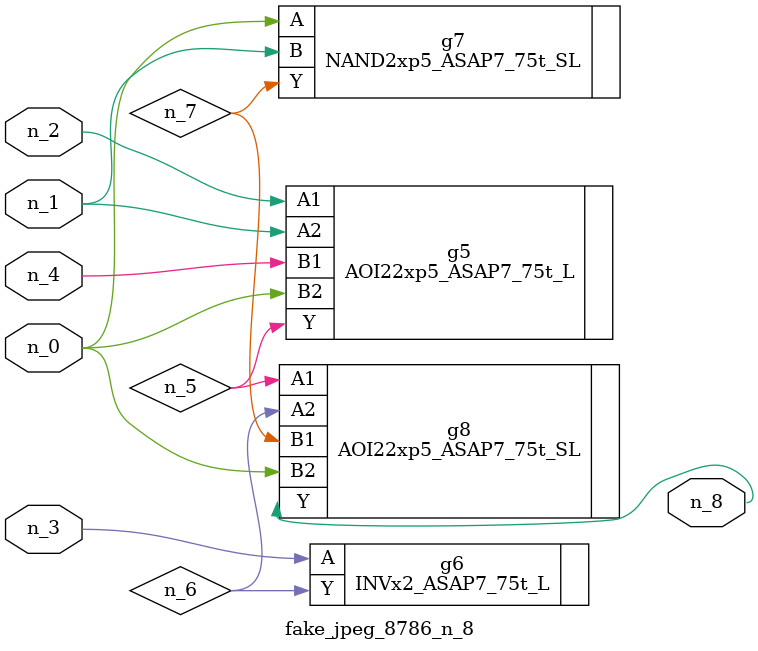
<source format=v>
module fake_jpeg_8786_n_8 (n_3, n_2, n_1, n_0, n_4, n_8);

input n_3;
input n_2;
input n_1;
input n_0;
input n_4;

output n_8;

wire n_6;
wire n_5;
wire n_7;

AOI22xp5_ASAP7_75t_L g5 ( 
.A1(n_2),
.A2(n_1),
.B1(n_4),
.B2(n_0),
.Y(n_5)
);

INVx2_ASAP7_75t_L g6 ( 
.A(n_3),
.Y(n_6)
);

NAND2xp5_ASAP7_75t_SL g7 ( 
.A(n_0),
.B(n_1),
.Y(n_7)
);

AOI22xp5_ASAP7_75t_SL g8 ( 
.A1(n_5),
.A2(n_6),
.B1(n_7),
.B2(n_0),
.Y(n_8)
);


endmodule
</source>
